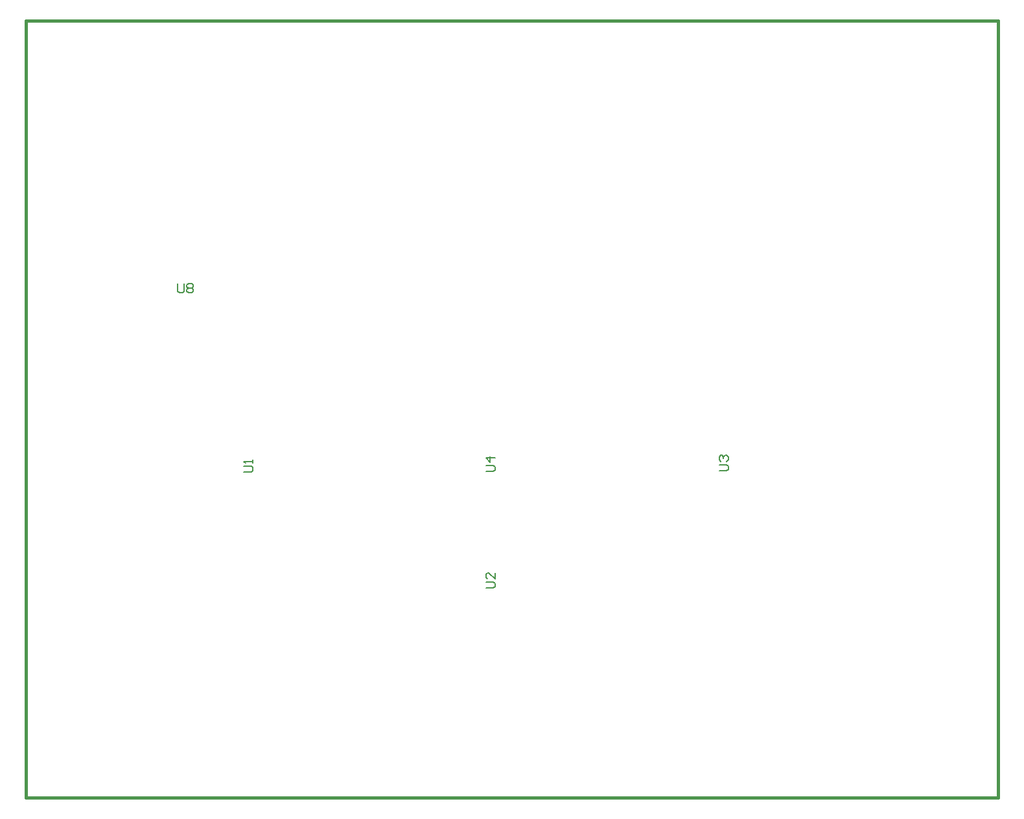
<source format=gm1>
G04*
G04 #@! TF.GenerationSoftware,Altium Limited,Altium Designer,20.1.11 (218)*
G04*
G04 Layer_Color=16711935*
%FSLAX23Y23*%
%MOIN*%
G70*
G04*
G04 #@! TF.SameCoordinates,F8B90733-5A71-46B0-BA36-7A68656922B7*
G04*
G04*
G04 #@! TF.FilePolarity,Positive*
G04*
G01*
G75*
%ADD17C,0.016*%
%ADD70C,0.006*%
D17*
X708Y1000D02*
X5708Y1000D01*
X708Y1000D02*
X708Y5000D01*
X5708Y5000D01*
X5708Y1000D02*
X5708Y5000D01*
D70*
X1489Y3648D02*
X1489Y3609D01*
X1497Y3601D01*
X1513Y3601D01*
X1520Y3609D01*
X1520Y3648D01*
X1536Y3640D02*
X1544Y3648D01*
X1560Y3648D01*
X1568Y3640D01*
X1568Y3632D01*
X1560Y3625D01*
X1568Y3617D01*
X1568Y3609D01*
X1560Y3601D01*
X1544Y3601D01*
X1536Y3609D01*
X1536Y3617D01*
X1544Y3625D01*
X1536Y3632D01*
X1536Y3640D01*
X1544Y3625D02*
X1560Y3625D01*
X4273Y2685D02*
X4312Y2685D01*
X4320Y2693D01*
X4320Y2709D01*
X4312Y2716D01*
X4273Y2716D01*
X4281Y2732D02*
X4273Y2740D01*
X4273Y2756D01*
X4281Y2764D01*
X4289Y2764D01*
X4296Y2756D01*
X4296Y2748D01*
X4296Y2756D01*
X4304Y2764D01*
X4312Y2764D01*
X4320Y2756D01*
X4320Y2740D01*
X4312Y2732D01*
X3073Y2680D02*
X3112Y2680D01*
X3120Y2688D01*
X3120Y2704D01*
X3112Y2711D01*
X3073Y2711D01*
X3120Y2751D02*
X3073Y2751D01*
X3096Y2727D01*
X3096Y2759D01*
X1829Y2678D02*
X1868Y2678D01*
X1876Y2686D01*
X1876Y2702D01*
X1868Y2709D01*
X1829Y2709D01*
X1876Y2725D02*
X1876Y2741D01*
X1876Y2733D01*
X1829Y2733D01*
X1837Y2725D01*
X3073Y2080D02*
X3112Y2080D01*
X3120Y2088D01*
X3120Y2104D01*
X3112Y2111D01*
X3073Y2111D01*
X3120Y2159D02*
X3120Y2127D01*
X3089Y2159D01*
X3081Y2159D01*
X3073Y2151D01*
X3073Y2135D01*
X3081Y2127D01*
M02*

</source>
